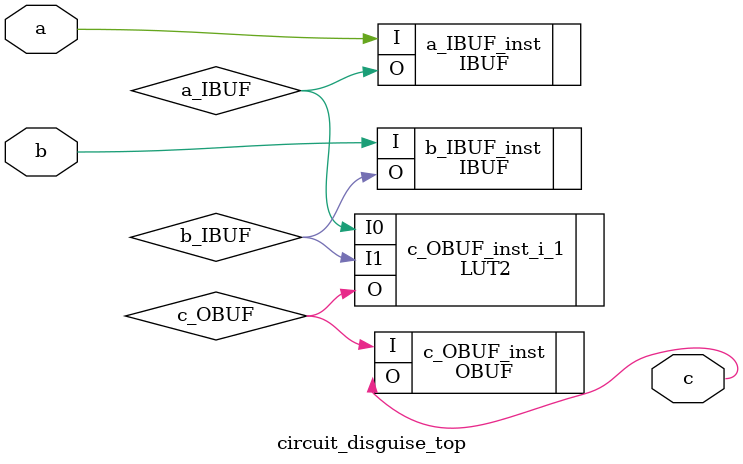
<source format=v>
`timescale 1 ps / 1 ps

(* ECO_CHECKSUM = "1f88fa07" *) 
(* STRUCTURAL_NETLIST = "yes" *)
module circuit_disguise_top
   (a,
    b,
    c);
  input a;
  input b;
  output c;

  wire a;
  wire a_IBUF;
  wire b;
  wire b_IBUF;
  wire c;
  wire c_OBUF;

  IBUF a_IBUF_inst
       (.I(a),
        .O(a_IBUF));
  IBUF b_IBUF_inst
       (.I(b),
        .O(b_IBUF));
  OBUF c_OBUF_inst
       (.I(c_OBUF),
        .O(c));
  LUT2 #(
    .INIT(4'h8)) 
    c_OBUF_inst_i_1
       (.I0(a_IBUF),
        .I1(b_IBUF),
        .O(c_OBUF));
endmodule

</source>
